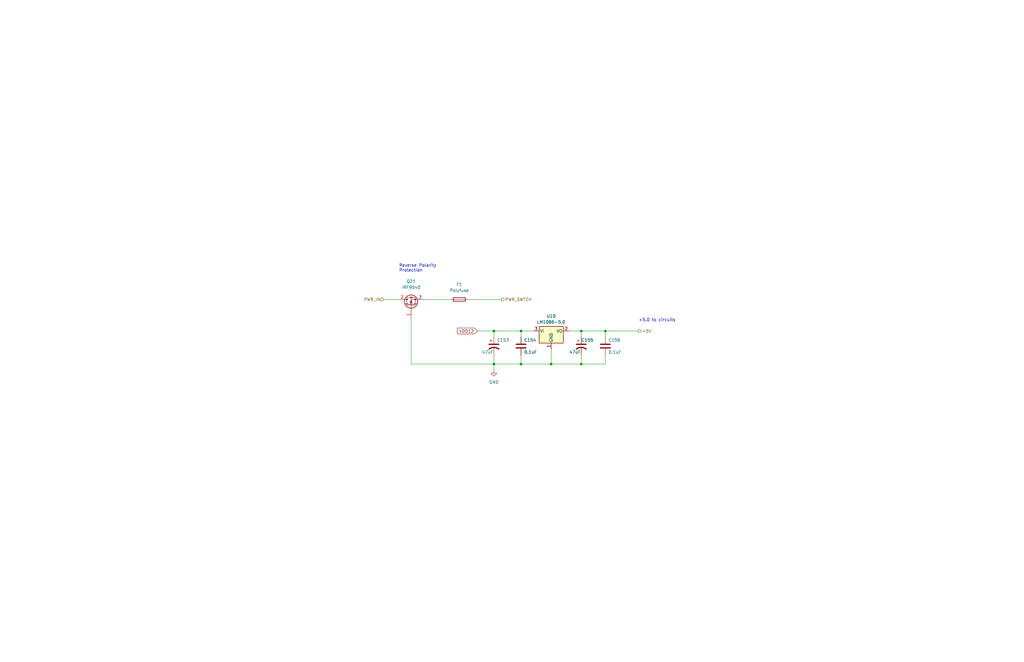
<source format=kicad_sch>
(kicad_sch (version 20230121) (generator eeschema)
  (paper "B")
  (lib_symbols
    (symbol "Device:C" (pin_numbers hide) (pin_names (offset 0.254))
      (property "Reference" "C" (at 0.635 2.54 0))
      (property "Value" "C" (at 0.635 -2.54 0))
      (symbol "C_0_1"
        (polyline (pts (xy -2.032 -0.762) (xy 2.032 -0.762)) (stroke (width 0.508)))
        (polyline (pts (xy -2.032 0.762) (xy 2.032 0.762)) (stroke (width 0.508)))
      )
      (symbol "C_1_1"
        (pin passive line (at 0 3.81 270) (length 2.794) (name "~") (number "1"))
        (pin passive line (at 0 -3.81 90) (length 2.794) (name "~") (number "2"))
      )
    )
    (symbol "Device:C_Polarized_US" (pin_numbers hide) (pin_names (offset 0.254) hide)
      (property "Reference" "C" (at 0.635 2.54 0))
      (property "Value" "C_Polarized_US" (at 0.635 -2.54 0))
      (symbol "C_Polarized_US_0_1"
        (polyline (pts (xy -2.032 0.762) (xy 2.032 0.762)) (stroke (width 0.508)))
        (polyline (pts (xy -1.778 2.286) (xy -0.762 2.286)))
        (polyline (pts (xy -1.27 1.778) (xy -1.27 2.794)))
        (arc (start 2.032 -1.27) (mid 0 -0.5572) (end -2.032 -1.27) (stroke (width 0.508)))
      )
      (symbol "C_Polarized_US_1_1"
        (pin passive line (at 0 3.81 270) (length 2.794) (name "~") (number "1"))
        (pin passive line (at 0 -3.81 90) (length 3.302) (name "~") (number "2"))
      )
    )
    (symbol "Device:Fuse" (pin_numbers hide) (pin_names (offset 0))
      (property "Reference" "F" (at 2.032 0 90))
      (property "Value" "Fuse" (at -1.905 0 90))
      (symbol "Fuse_0_1"
        (rectangle (start -0.762 -2.54) (end 0.762 2.54) (stroke (width 0.254)))
        (polyline (pts (xy 0 2.54) (xy 0 -2.54)))
      )
      (symbol "Fuse_1_1"
        (pin passive line (at 0 3.81 270) (length 1.27) (name "~") (number "1"))
        (pin passive line (at 0 -3.81 90) (length 1.27) (name "~") (number "2"))
      )
    )
    (symbol "Device:Q_PMOS_GDS" (pin_names (offset 0) hide)
      (property "Reference" "Q" (at 5.08 1.27 0))
      (property "Value" "Q_PMOS_GDS" (at 5.08 -1.27 0))
      (symbol "Q_PMOS_GDS_0_1"
        (polyline (pts (xy 0.254 0) (xy -2.54 0)))
        (polyline (pts (xy 0.254 1.905) (xy 0.254 -1.905)) (stroke (width 0.254)))
        (polyline (pts (xy 0.762 -1.27) (xy 0.762 -2.286)) (stroke (width 0.254)))
        (polyline (pts (xy 0.762 0.508) (xy 0.762 -0.508)) (stroke (width 0.254)))
        (polyline (pts (xy 0.762 2.286) (xy 0.762 1.27)) (stroke (width 0.254)))
        (polyline (pts (xy 2.54 2.54) (xy 2.54 1.778)))
        (polyline (pts (xy 2.54 -2.54) (xy 2.54 0) (xy 0.762 0)))
        (polyline (pts (xy 0.762 1.778) (xy 3.302 1.778) (xy 3.302 -1.778) (xy 0.762 -1.778)))
        (polyline (pts (xy 2.286 0) (xy 1.27 0.381) (xy 1.27 -0.381) (xy 2.286 0)) (fill (type outline)))
        (polyline (pts (xy 2.794 -0.508) (xy 2.921 -0.381) (xy 3.683 -0.381) (xy 3.81 -0.254)))
        (polyline (pts (xy 3.302 -0.381) (xy 2.921 0.254) (xy 3.683 0.254) (xy 3.302 -0.381)))
        (circle (center 1.651 0) (radius 2.794) (stroke (width 0.254)))
        (circle (center 2.54 -1.778) (radius 0.254) (fill (type outline)))
        (circle (center 2.54 1.778) (radius 0.254) (fill (type outline)))
      )
      (symbol "Q_PMOS_GDS_1_1"
        (pin input line (at -5.08 0 0) (length 2.54) (name "G") (number "1"))
        (pin passive line (at 2.54 5.08 270) (length 2.54) (name "D") (number "2"))
        (pin passive line (at 2.54 -5.08 90) (length 2.54) (name "S") (number "3"))
      )
    )
    (symbol "Regulator_Linear:LM1085-5.0" (pin_names (offset 0.254))
      (property "Reference" "U" (at -3.81 3.175 0))
      (property "Value" "LM1085-5.0" (at 0 3.175 0))
      (symbol "LM1085-5.0_0_1"
        (rectangle (start -5.08 1.905) (end 5.08 -5.08) (stroke (width 0.254)) (fill (type background)))
      )
      (symbol "LM1085-5.0_1_1"
        (pin power_in line (at 0 -7.62 90) (length 2.54) (name "GND") (number "1"))
        (pin power_out line (at 7.62 0 180) (length 2.54) (name "VO") (number "2"))
        (pin power_in line (at -7.62 0 0) (length 2.54) (name "VI") (number "3"))
      )
    )
    (symbol "power:GND" (power) (pin_names (offset 0))
      (property "Value" "GND" (at 0 -3.81 0))
      (symbol "GND_0_1"
        (polyline (pts (xy 0 0) (xy 0 -1.27) (xy 1.27 -1.27) (xy 0 -2.54) (xy -1.27 -1.27) (xy 0 -1.27)))
      )
      (symbol "GND_1_1"
        (pin power_in line (at 0 0 270) (length 0) hide (name "GND") (number "1"))
      )
    )
  )
  (junction (at 219.71 139.7))
  (junction (at 245.11 139.7))
  (junction (at 245.11 153.67))
  (junction (at 255.27 139.7))
  (junction (at 208.28 153.67))
  (junction (at 232.41 153.67))
  (junction (at 208.28 139.7))
  (junction (at 219.71 153.67))
  (wire (pts (xy 245.11 149.86) (xy 245.11 153.67)))
  (wire (pts (xy 173.355 153.67) (xy 208.28 153.67)))
  (wire (pts (xy 219.71 139.7) (xy 224.79 139.7)))
  (wire (pts (xy 208.28 139.7) (xy 219.71 139.7)))
  (wire (pts (xy 232.41 153.67) (xy 219.71 153.67)))
  (wire (pts (xy 208.28 142.24) (xy 208.28 139.7)))
  (wire (pts (xy 255.27 139.7) (xy 255.27 142.24)))
  (wire (pts (xy 201.295 139.7) (xy 208.28 139.7)))
  (wire (pts (xy 240.03 139.7) (xy 245.11 139.7)))
  (wire (pts (xy 208.28 149.86) (xy 208.28 153.67)))
  (wire (pts (xy 255.27 149.86) (xy 255.27 153.67)))
  (wire (pts (xy 219.71 139.7) (xy 219.71 142.24)))
  (wire (pts (xy 178.435 126.365) (xy 189.865 126.365)))
  (wire (pts (xy 219.71 149.86) (xy 219.71 153.67)))
  (wire (pts (xy 255.27 139.7) (xy 269.24 139.7)))
  (wire (pts (xy 173.355 133.985) (xy 173.355 153.67)))
  (wire (pts (xy 219.71 153.67) (xy 208.28 153.67)))
  (wire (pts (xy 245.11 139.7) (xy 245.11 142.24)))
  (wire (pts (xy 161.925 126.365) (xy 168.275 126.365)))
  (wire (pts (xy 245.11 153.67) (xy 255.27 153.67)))
  (wire (pts (xy 232.41 147.32) (xy 232.41 153.67)))
  (wire (pts (xy 245.11 153.67) (xy 232.41 153.67)))
  (wire (pts (xy 208.28 153.67) (xy 208.28 156.21)))
  (wire (pts (xy 197.485 126.365) (xy 211.455 126.365)))
  (wire (pts (xy 245.11 139.7) (xy 255.27 139.7)))
  (text "Reverse Polarity\nProtection" (at 168.275 114.935 0) (effects (font (size 1.27 1.27)) (justify left bottom)))
  (text "+5.0 to circuits" (at 269.24 135.89 0) (effects (font (size 1.27 1.27)) (justify left bottom)))
  (global_label "VDD12" (shape input) (at 201.295 139.7 180) (property "Intersheetrefs" "${INTERSHEET_REFS}" (at 192.8037 139.7 0) (effects (justify right))))
  (hierarchical_label "PWR_IN" (shape input) (at 161.925 126.365 180))
  (hierarchical_label "+5V" (shape output) (at 269.24 139.7 0))
  (hierarchical_label "PWR_SWTCH" (shape output) (at 211.455 126.365 0))
  (symbol (lib_id "Device:C_Polarized_US") (at 245.11 146.05 0) (unit 1)
    (property "Reference" "C155" (at 245.11 143.51 0) (effects (justify left)))
    (property "Value" "47uF" (at 240.03 148.59 0) (effects (justify left)))
    (property "Footprint" "Capacitor_THT:CP_Radial_D7.5mm_P2.50mm" (effects hide))
    (instances (project "fieldRadio_1.1" (path "" (reference "C155") (unit 1))) (project "" (path "" (reference "C3") (unit 1))))
  )
  (symbol (lib_id "Device:C") (at 219.71 146.05 0) (unit 1)
    (property "Reference" "C154" (at 220.98 143.51 0) (effects (justify left)))
    (property "Value" "0.1uF" (at 220.98 148.59 0) (effects (justify left)))
    (property "Footprint" "Capacitor_SMD:C_0603_1608Metric_Pad1.08x0.95mm_HandSolder" (effects hide))
    (instances (project "fieldRadio_1.1" (path "" (reference "C154") (unit 1))) (project "" (path "" (reference "C2") (unit 1))))
  )
  (symbol (lib_id "Regulator_Linear:LM1085-5.0") (at 232.41 139.7 0) (unit 1)
    (property "Reference" "U10" (at 232.41 133.35 0))
    (property "Value" "LM1086-5.0" (at 232.41 135.89 0))
    (property "Footprint" "Package_TO_SOT_THT:TO-220-3_Vertical" (effects hide))
    (property "Datasheet" "http://www.ti.com/lit/ds/symlink/lm1085.pdf" (effects hide))
    (instances (project "fieldRadio_1.1" (path "" (reference "U10") (unit 1))) (project "" (path "" (reference "U1") (unit 1))))
  )
  (symbol (lib_id "Device:Q_PMOS_GDS") (at 173.355 128.905 90) (unit 1)
    (property "Reference" "Q21" (at 173.355 118.745 90))
    (property "Value" "IRF9540" (at 173.355 121.285 90))
    (property "Footprint" "Package_TO_SOT_THT:TO-220-3_Vertical" (effects hide))
    (instances (project "fieldRadio_1.1" (path "" (reference "Q21") (unit 1))) (project "" (path "" (reference "Q1") (unit 1))))
  )
  (symbol (lib_id "Device:C") (at 255.27 146.05 0) (unit 1)
    (property "Reference" "C156" (at 256.54 143.51 0) (effects (justify left)))
    (property "Value" "0.1uF" (at 256.54 148.59 0) (effects (justify left)))
    (property "Footprint" "Capacitor_SMD:C_0603_1608Metric_Pad1.08x0.95mm_HandSolder" (effects hide))
    (instances (project "fieldRadio_1.1" (path "" (reference "C156") (unit 1))) (project "" (path "" (reference "C4") (unit 1))))
  )
  (symbol (lib_id "Device:Fuse") (at 193.675 126.365 90) (unit 1)
    (property "Reference" "F1" (at 193.675 120.015 90))
    (property "Value" "Polyfuse" (at 193.675 122.555 90))
    (property "Footprint" "Fuse:Fuse_2920_7451Metric_Pad2.10x5.45mm_HandSolder" (effects hide))
  )
  (symbol (lib_id "Device:C_Polarized_US") (at 208.28 146.05 0) (unit 1)
    (property "Reference" "C153" (at 209.55 143.51 0) (effects (justify left)))
    (property "Value" "47uF" (at 203.2 148.59 0) (effects (justify left)))
    (property "Footprint" "Capacitor_THT:CP_Radial_D7.5mm_P2.50mm" (effects hide))
    (instances (project "fieldRadio_1.1" (path "" (reference "C153") (unit 1))) (project "" (path "" (reference "C1") (unit 1))))
  )
  (symbol (lib_id "power:GND") (at 208.28 156.21 0) (unit 1)
    (property "Reference" "#PWR039" (effects hide))
    (property "Value" "GND" (at 208.28 161.29 0))
    (instances (project "fieldRadio_1.1" (path "" (reference "#PWR039") (unit 1))) (project "" (path "" (reference "#PWR01") (unit 1))))
  )
)
</source>
